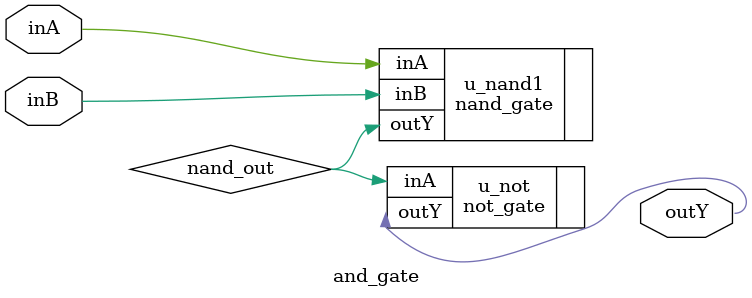
<source format=sv>
module and_gate (
    input  logic inA,
    input  logic inB,
    output logic outY
);
    logic nand_out;

    // Step 1: NAND of inputs
    nand_gate u_nand1 (
        .inA(inA),
        .inB(inB),
        .outY(nand_out)
    );

    // Step 2: NOT the NAND result to get AND
    not_gate u_not (
        .inA(nand_out),
        .outY(outY)
    );
endmodule
</source>
